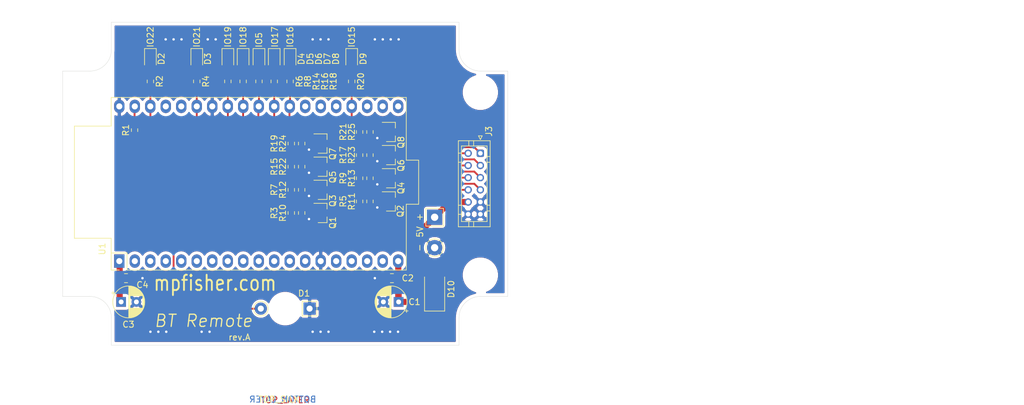
<source format=kicad_pcb>
(kicad_pcb (version 20171130) (host pcbnew "(5.1.10)-1")
  (title_block (title "BT Remote") (date 2021-07-05) (rev A) (company mpfisher.com) (comment 4 audio@mpfisher.com))
  (layers (0 F.Cu signal) (31 B.Cu signal) (34 B.Paste user hide) (35 F.Paste user) (36 B.SilkS user hide) (37 F.SilkS user) (38 B.Mask user) (39 F.Mask user) (44 Edge.Cuts user))
  (net 0 "")
  (net 1 GND)
  (net 2 +5V)
  (net 3 "Net-(D2-Pad2)")
  (net 4 "Net-(D3-Pad2)")
  (net 5 "Net-(D4-Pad2)")
  (net 6 "Net-(D5-Pad2)")
  (net 7 "Net-(D6-Pad2)")
  (net 8 "Net-(D7-Pad2)")
  (net 9 "Net-(D8-Pad2)")
  (net 10 "Net-(D9-Pad2)")
  (net 11 "Net-(Q1-Pad1)")
  (net 12 "Net-(Q2-Pad1)")
  (net 13 "Net-(Q3-Pad1)")
  (net 14 "Net-(Q4-Pad1)")
  (net 15 "Net-(Q5-Pad1)")
  (net 16 "Net-(Q6-Pad1)")
  (net 17 "Net-(Q7-Pad1)")
  (net 18 "Net-(Q8-Pad1)")
  (net 19 "Net-(U1-Pad37)")
  (net 20 "Net-(U1-Pad38)")
  (net 21 "Net-(U1-Pad36)")
  (net 22 "Net-(U1-Pad18)")
  (net 23 "Net-(U1-Pad17)")
  (net 24 "Net-(U1-Pad16)")
  (net 25 "Net-(U1-Pad15)")
  (net 26 "Net-(U1-Pad13)")
  (net 27 "Net-(U1-Pad12)")
  (net 28 "Net-(U1-Pad11)")
  (net 29 "Net-(U1-Pad10)")
  (net 30 "Net-(U1-Pad9)")
  (net 31 "Net-(U1-Pad8)")
  (net 32 "Net-(U1-Pad7)")
  (net 33 "Net-(U1-Pad6)")
  (net 34 "Net-(U1-Pad5)")
  (net 35 "Net-(U1-Pad4)")
  (net 36 "Net-(U1-Pad3)")
  (net 37 "Net-(U1-Pad2)")
  (net 38 +3V3)
  (net 39 /OUT5)
  (net 40 /IO23)
  (net 41 /IO19)
  (net 42 /IO18)
  (net 43 /IO15)
  (net 44 "Net-(R1-Pad1)")
  (net 45 "Net-(D10-Pad2)")
  (net 46 /IO22)
  (net 47 /IO21)
  (net 48 /IO5)
  (net 49 /IO17)
  (net 50 /IO16)
  (net 51 "Net-(U1-Pad34)")
  (net 52 "Net-(U1-Pad24)")
  (net 53 "Net-(U1-Pad32)")
  (net 54 "Net-(U1-Pad23)")
  (net 55 "Net-(U1-Pad33)")
  (net 56 /OUT22)
  (net 57 /OUT19)
  (net 58 /OUT16)
  (net 59 /OUT21)
  (net 60 /OUT18)
  (net 61 /OUT17)
  (net 62 /OUT15)
  (module Resistor_SMD:R_0603_1608Metric (layer F.Cu) (at 160.4 89 90)
    (fp_text reference R25 (at 0 -3 90) (layer F.SilkS))
    (fp_text value 100k hide)
    (pad 2 smd roundrect (at 0.825 0 90) (size 0.8 0.95) (layers F.Cu F.Paste F.Mask) (net 18 "Net-(Q8-Pad1)"))
    (pad 1 smd roundrect (at -0.825 0 90) (size 0.8 0.95) (layers F.Cu F.Paste F.Mask) (net 1 GND))
  )
  (module Resistor_SMD:R_0603_1608Metric (layer F.Cu) (at 149.2 90.9 90)
    (fp_text reference R24 (at 0 -3.1 90) (layer F.SilkS))
    (fp_text value 100k hide)
    (pad 2 smd roundrect (at 0.825 0 90) (size 0.8 0.95) (layers F.Cu F.Paste F.Mask) (net 17 "Net-(Q7-Pad1)"))
    (pad 1 smd roundrect (at -0.825 0 90) (size 0.8 0.95) (layers F.Cu F.Paste F.Mask) (net 1 GND))
  )
  (module Resistor_SMD:R_0603_1608Metric (layer F.Cu) (at 160.4 92.8 90)
    (fp_text reference R23 (at 0 -3 90) (layer F.SilkS))
    (fp_text value 100k hide)
    (pad 2 smd roundrect (at 0.825 0 90) (size 0.8 0.95) (layers F.Cu F.Paste F.Mask) (net 16 "Net-(Q6-Pad1)"))
    (pad 1 smd roundrect (at -0.825 0 90) (size 0.8 0.95) (layers F.Cu F.Paste F.Mask) (net 1 GND))
  )
  (module Resistor_SMD:R_0603_1608Metric (layer F.Cu) (at 149.2 94.7 90)
    (fp_text reference R22 (at 0 -3.1 90) (layer F.SilkS))
    (fp_text value 100k hide)
    (pad 2 smd roundrect (at 0.825 0 90) (size 0.8 0.95) (layers F.Cu F.Paste F.Mask) (net 15 "Net-(Q5-Pad1)"))
    (pad 1 smd roundrect (at -0.825 0 90) (size 0.8 0.95) (layers F.Cu F.Paste F.Mask) (net 1 GND))
  )
  (module Resistor_SMD:R_0603_1608Metric (layer F.Cu) (at 158.7 89 270)
    (fp_text reference R21 (at 0 2.7 90) (layer F.SilkS))
    (fp_text value 1k hide)
    (pad 2 smd roundrect (at 0.825 0 270) (size 0.8 0.95) (layers F.Cu F.Paste F.Mask) (net 43 /IO15))
    (pad 1 smd roundrect (at -0.825 0 270) (size 0.8 0.95) (layers F.Cu F.Paste F.Mask) (net 18 "Net-(Q8-Pad1)"))
  )
  (module Resistor_SMD:R_0603_1608Metric (layer F.Cu) (at 157.4 80.7 270)
    (fp_text reference R20 (at 0 -1.5 90) (layer F.SilkS))
    (fp_text value 1k hide)
    (pad 2 smd roundrect (at 0.825 0 270) (size 0.8 0.95) (layers F.Cu F.Paste F.Mask) (net 43 /IO15))
    (pad 1 smd roundrect (at -0.825 0 270) (size 0.8 0.95) (layers F.Cu F.Paste F.Mask) (net 10 "Net-(D9-Pad2)"))
  )
  (module Resistor_SMD:R_0603_1608Metric (layer F.Cu) (at 147.5 90.9 270)
    (fp_text reference R19 (at 0 2.8 90) (layer F.SilkS))
    (fp_text value 1k hide)
    (pad 2 smd roundrect (at 0.825 0 270) (size 0.8 0.95) (layers F.Cu F.Paste F.Mask) (net 50 /IO16))
    (pad 1 smd roundrect (at -0.825 0 270) (size 0.8 0.95) (layers F.Cu F.Paste F.Mask) (net 17 "Net-(Q7-Pad1)"))
  )
  (module Resistor_SMD:R_0603_1608Metric (layer F.Cu) (at 147.3 80.7 270)
    (fp_text reference R18 (at 0 -7.1 90) (layer F.SilkS))
    (fp_text value 1k hide)
    (pad 2 smd roundrect (at 0.825 0 270) (size 0.8 0.95) (layers F.Cu F.Paste F.Mask) (net 50 /IO16))
    (pad 1 smd roundrect (at -0.825 0 270) (size 0.8 0.95) (layers F.Cu F.Paste F.Mask) (net 9 "Net-(D8-Pad2)"))
  )
  (module Resistor_SMD:R_0603_1608Metric (layer F.Cu) (at 158.7 92.8 270)
    (fp_text reference R17 (at 0 2.7 90) (layer F.SilkS))
    (fp_text value 1k hide)
    (pad 2 smd roundrect (at 0.825 0 270) (size 0.8 0.95) (layers F.Cu F.Paste F.Mask) (net 49 /IO17))
    (pad 1 smd roundrect (at -0.825 0 270) (size 0.8 0.95) (layers F.Cu F.Paste F.Mask) (net 16 "Net-(Q6-Pad1)"))
  )
  (module Resistor_SMD:R_0603_1608Metric (layer F.Cu) (at 144.7 80.7 270)
    (fp_text reference R16 (at 0 -8.3 90) (layer F.SilkS))
    (fp_text value 1k hide)
    (pad 2 smd roundrect (at 0.825 0 270) (size 0.8 0.95) (layers F.Cu F.Paste F.Mask) (net 49 /IO17))
    (pad 1 smd roundrect (at -0.825 0 270) (size 0.8 0.95) (layers F.Cu F.Paste F.Mask) (net 8 "Net-(D7-Pad2)"))
  )
  (module Resistor_SMD:R_0603_1608Metric (layer F.Cu) (at 147.5 94.7 270)
    (fp_text reference R15 (at 0 2.8 90) (layer F.SilkS))
    (fp_text value 1k hide)
    (pad 2 smd roundrect (at 0.825 0 270) (size 0.8 0.95) (layers F.Cu F.Paste F.Mask) (net 48 /IO5))
    (pad 1 smd roundrect (at -0.825 0 270) (size 0.8 0.95) (layers F.Cu F.Paste F.Mask) (net 15 "Net-(Q5-Pad1)"))
  )
  (module Resistor_SMD:R_0603_1608Metric (layer F.Cu) (at 142.2 80.7 270)
    (fp_text reference R14 (at 0 -9.4 90) (layer F.SilkS))
    (fp_text value 1k hide)
    (pad 2 smd roundrect (at 0.825 0 270) (size 0.8 0.95) (layers F.Cu F.Paste F.Mask) (net 48 /IO5))
    (pad 1 smd roundrect (at -0.825 0 270) (size 0.8 0.95) (layers F.Cu F.Paste F.Mask) (net 7 "Net-(D6-Pad2)"))
  )
  (module Resistor_SMD:R_0603_1608Metric (layer F.Cu) (at 160.4 96.6 90)
    (fp_text reference R13 (at 0 -3 90) (layer F.SilkS))
    (fp_text value 100k hide)
    (pad 2 smd roundrect (at 0.825 0 90) (size 0.8 0.95) (layers F.Cu F.Paste F.Mask) (net 14 "Net-(Q4-Pad1)"))
    (pad 1 smd roundrect (at -0.825 0 90) (size 0.8 0.95) (layers F.Cu F.Paste F.Mask) (net 1 GND))
  )
  (module Resistor_SMD:R_0603_1608Metric (layer F.Cu) (at 149.2 98.5 90)
    (fp_text reference R12 (at 0 -3.1 90) (layer F.SilkS))
    (fp_text value 100k hide)
    (pad 2 smd roundrect (at 0.825 0 90) (size 0.8 0.95) (layers F.Cu F.Paste F.Mask) (net 13 "Net-(Q3-Pad1)"))
    (pad 1 smd roundrect (at -0.825 0 90) (size 0.8 0.95) (layers F.Cu F.Paste F.Mask) (net 1 GND))
  )
  (module Resistor_SMD:R_0603_1608Metric (layer F.Cu) (at 160.4 100.4 90)
    (fp_text reference R11 (at 0 -3 90) (layer F.SilkS))
    (fp_text value 100k hide)
    (pad 2 smd roundrect (at 0.825 0 90) (size 0.8 0.95) (layers F.Cu F.Paste F.Mask) (net 12 "Net-(Q2-Pad1)"))
    (pad 1 smd roundrect (at -0.825 0 90) (size 0.8 0.95) (layers F.Cu F.Paste F.Mask) (net 1 GND))
  )
  (module Resistor_SMD:R_0603_1608Metric (layer F.Cu) (at 149.2 102.3 90)
    (fp_text reference R10 (at 0 -3.1 90) (layer F.SilkS))
    (fp_text value 100k hide)
    (pad 2 smd roundrect (at 0.825 0 90) (size 0.8 0.95) (layers F.Cu F.Paste F.Mask) (net 11 "Net-(Q1-Pad1)"))
    (pad 1 smd roundrect (at -0.825 0 90) (size 0.8 0.95) (layers F.Cu F.Paste F.Mask) (net 1 GND))
  )
  (module Resistor_SMD:R_0603_1608Metric (layer F.Cu) (at 158.7 96.6 270)
    (fp_text reference R9 (at 0 2.7 90) (layer F.SilkS))
    (fp_text value 1k hide)
    (pad 2 smd roundrect (at 0.825 0 270) (size 0.8 0.95) (layers F.Cu F.Paste F.Mask) (net 42 /IO18))
    (pad 1 smd roundrect (at -0.825 0 270) (size 0.8 0.95) (layers F.Cu F.Paste F.Mask) (net 14 "Net-(Q4-Pad1)"))
  )
  (module Resistor_SMD:R_0603_1608Metric (layer F.Cu) (at 139.6 80.7 270)
    (fp_text reference R8 (at 0 -10.6 90) (layer F.SilkS))
    (fp_text value 1k hide)
    (pad 2 smd roundrect (at 0.825 0 270) (size 0.8 0.95) (layers F.Cu F.Paste F.Mask) (net 42 /IO18))
    (pad 1 smd roundrect (at -0.825 0 270) (size 0.8 0.95) (layers F.Cu F.Paste F.Mask) (net 6 "Net-(D5-Pad2)"))
  )
  (module Resistor_SMD:R_0603_1608Metric (layer F.Cu) (at 147.5 98.5 270)
    (fp_text reference R7 (at 0 2.8 90) (layer F.SilkS))
    (fp_text value 1k hide)
    (pad 2 smd roundrect (at 0.825 0 270) (size 0.8 0.95) (layers F.Cu F.Paste F.Mask) (net 41 /IO19))
    (pad 1 smd roundrect (at -0.825 0 270) (size 0.8 0.95) (layers F.Cu F.Paste F.Mask) (net 13 "Net-(Q3-Pad1)"))
  )
  (module Resistor_SMD:R_0603_1608Metric (layer F.Cu) (at 137.1 80.7 270)
    (fp_text reference R6 (at 0 -11.73 90) (layer F.SilkS))
    (fp_text value 1k hide)
    (pad 2 smd roundrect (at 0.825 0 270) (size 0.8 0.95) (layers F.Cu F.Paste F.Mask) (net 41 /IO19))
    (pad 1 smd roundrect (at -0.825 0 270) (size 0.8 0.95) (layers F.Cu F.Paste F.Mask) (net 5 "Net-(D4-Pad2)"))
  )
  (module Resistor_SMD:R_0603_1608Metric (layer F.Cu) (at 158.7 100.4 270)
    (fp_text reference R5 (at 0 2.7 90) (layer F.SilkS))
    (fp_text value 1k hide)
    (pad 2 smd roundrect (at 0.825 0 270) (size 0.8 0.95) (layers F.Cu F.Paste F.Mask) (net 47 /IO21))
    (pad 1 smd roundrect (at -0.825 0 270) (size 0.8 0.95) (layers F.Cu F.Paste F.Mask) (net 12 "Net-(Q2-Pad1)"))
  )
  (module Resistor_SMD:R_0603_1608Metric (layer F.Cu) (at 132 80.7 270)
    (fp_text reference R4 (at 0 -1.5 90) (layer F.SilkS))
    (fp_text value 1k hide)
    (pad 2 smd roundrect (at 0.825 0 270) (size 0.8 0.95) (layers F.Cu F.Paste F.Mask) (net 47 /IO21))
    (pad 1 smd roundrect (at -0.825 0 270) (size 0.8 0.95) (layers F.Cu F.Paste F.Mask) (net 4 "Net-(D3-Pad2)"))
  )
  (module Resistor_SMD:R_0603_1608Metric (layer F.Cu) (at 147.5 102.3 270)
    (fp_text reference R3 (at 0 2.8 90) (layer F.SilkS))
    (fp_text value 1k hide)
    (pad 2 smd roundrect (at 0.825 0 270) (size 0.8 0.95) (layers F.Cu F.Paste F.Mask) (net 46 /IO22))
    (pad 1 smd roundrect (at -0.825 0 270) (size 0.8 0.95) (layers F.Cu F.Paste F.Mask) (net 11 "Net-(Q1-Pad1)"))
  )
  (module Resistor_SMD:R_0603_1608Metric (layer F.Cu) (at 124.4 80.7 270)
    (fp_text reference R2 (at 0 -1.5 90) (layer F.SilkS))
    (fp_text value 1k hide)
    (pad 2 smd roundrect (at 0.825 0 270) (size 0.8 0.95) (layers F.Cu F.Paste F.Mask) (net 46 /IO22))
    (pad 1 smd roundrect (at -0.825 0 270) (size 0.8 0.95) (layers F.Cu F.Paste F.Mask) (net 3 "Net-(D2-Pad2)"))
  )
  (module Resistor_SMD:R_0603_1608Metric (layer F.Cu) (at 121.8 88.7 90)
    (fp_text reference R1 (at 0 -1.43 90) (layer F.SilkS))
    (fp_text value 1k hide)
    (pad 2 smd roundrect (at 0.825 0 90) (size 0.8 0.95) (layers F.Cu F.Paste F.Mask) (net 40 /IO23))
    (pad 1 smd roundrect (at -0.825 0 90) (size 0.8 0.95) (layers F.Cu F.Paste F.Mask) (net 44 "Net-(R1-Pad1)"))
  )
  (module LED_SMD:LED_0805_2012Metric (layer F.Cu) (at 157.4 77 270)
    (fp_text reference D9 (at 0 -1.9 90) (layer F.SilkS))
    (fp_text value LED hide)
    (pad 2 smd roundrect (at 0.9375 0 270) (size 0.975 1.4) (layers F.Cu F.Paste F.Mask) (net 10 "Net-(D9-Pad2)"))
    (pad 1 smd roundrect (at -0.9375 0 270) (size 0.975 1.4) (layers F.Cu F.Paste F.Mask) (net 1 GND))
  )
  (module LED_SMD:LED_0805_2012Metric (layer F.Cu) (at 147.3 77 270)
    (fp_text reference D8 (at 0 -7.5 90) (layer F.SilkS))
    (fp_text value LED hide)
    (pad 2 smd roundrect (at 0.9375 0 270) (size 0.975 1.4) (layers F.Cu F.Paste F.Mask) (net 9 "Net-(D8-Pad2)"))
    (pad 1 smd roundrect (at -0.9375 0 270) (size 0.975 1.4) (layers F.Cu F.Paste F.Mask) (net 1 GND))
  )
  (module LED_SMD:LED_0805_2012Metric (layer F.Cu) (at 144.7 77 270)
    (fp_text reference D7 (at 0 -8.7 90) (layer F.SilkS))
    (fp_text value LED hide)
    (pad 2 smd roundrect (at 0.9375 0 270) (size 0.975 1.4) (layers F.Cu F.Paste F.Mask) (net 8 "Net-(D7-Pad2)"))
    (pad 1 smd roundrect (at -0.9375 0 270) (size 0.975 1.4) (layers F.Cu F.Paste F.Mask) (net 1 GND))
  )
  (module LED_SMD:LED_0805_2012Metric (layer F.Cu) (at 142.2 77 270)
    (fp_text reference D6 (at 0 -9.8 90) (layer F.SilkS))
    (fp_text value LED hide)
    (pad 2 smd roundrect (at 0.9375 0 270) (size 0.975 1.4) (layers F.Cu F.Paste F.Mask) (net 7 "Net-(D6-Pad2)"))
    (pad 1 smd roundrect (at -0.9375 0 270) (size 0.975 1.4) (layers F.Cu F.Paste F.Mask) (net 1 GND))
  )
  (module LED_SMD:LED_0805_2012Metric (layer F.Cu) (at 139.6 77 270)
    (fp_text reference D5 (at 0 -11 90) (layer F.SilkS))
    (fp_text value LED hide)
    (pad 2 smd roundrect (at 0.9375 0 270) (size 0.975 1.4) (layers F.Cu F.Paste F.Mask) (net 6 "Net-(D5-Pad2)"))
    (pad 1 smd roundrect (at -0.9375 0 270) (size 0.975 1.4) (layers F.Cu F.Paste F.Mask) (net 1 GND))
  )
  (module LED_SMD:LED_0805_2012Metric (layer F.Cu) (at 137.1 77 270)
    (fp_text reference D4 (at 0 -12.05 90) (layer F.SilkS))
    (fp_text value LED hide)
    (pad 2 smd roundrect (at 0.9375 0 270) (size 0.975 1.4) (layers F.Cu F.Paste F.Mask) (net 5 "Net-(D4-Pad2)"))
    (pad 1 smd roundrect (at -0.9375 0 270) (size 0.975 1.4) (layers F.Cu F.Paste F.Mask) (net 1 GND))
  )
  (module LED_SMD:LED_0805_2012Metric (layer F.Cu) (at 132 77 270)
    (fp_text reference D3 (at 0 -1.8 90) (layer F.SilkS))
    (fp_text value LED hide)
    (pad 2 smd roundrect (at 0.9375 0 270) (size 0.975 1.4) (layers F.Cu F.Paste F.Mask) (net 4 "Net-(D3-Pad2)"))
    (pad 1 smd roundrect (at -0.9375 0 270) (size 0.975 1.4) (layers F.Cu F.Paste F.Mask) (net 1 GND))
  )
  (module LED_SMD:LED_0805_2012Metric (layer F.Cu) (at 124.4 77 270)
    (fp_text reference D2 (at 0 -1.8 90) (layer F.SilkS))
    (fp_text value LED hide)
    (pad 2 smd roundrect (at 0.9375 0 270) (size 0.975 1.4) (layers F.Cu F.Paste F.Mask) (net 3 "Net-(D2-Pad2)"))
    (pad 1 smd roundrect (at -0.9375 0 270) (size 0.975 1.4) (layers F.Cu F.Paste F.Mask) (net 1 GND))
  )
  (module Capacitor_SMD:C_0805_2012Metric (layer F.Cu) (at 120.4 113)
    (fp_text reference C4 (at 2.7 1.1) (layer F.SilkS))
    (fp_text value 0.1uF hide)
    (pad 2 smd roundrect (at 0.95 0) (size 1 1.45) (layers F.Cu F.Paste F.Mask) (net 1 GND))
    (pad 1 smd roundrect (at -0.95 0) (size 1 1.45) (layers F.Cu F.Paste F.Mask) (net 38 +3V3))
  )
  (module Capacitor_SMD:C_0805_2012Metric (layer F.Cu) (at 164 113 180)
    (fp_text reference C2 (at -2.6 0) (layer F.SilkS))
    (fp_text value 0.1uF hide)
    (pad 2 smd roundrect (at 0.95 0 180) (size 1 1.45) (layers F.Cu F.Paste F.Mask) (net 1 GND))
    (pad 1 smd roundrect (at -0.95 0 180) (size 1 1.45) (layers F.Cu F.Paste F.Mask) (net 2 +5V))
  )
  (module Diode_SMD:D_SMA (layer F.Cu) (at 171 114.8 90)
    (fp_text reference D10 (at 0 2.7 90) (layer F.SilkS))
    (fp_text value B240AE-13)
    (pad 2 smd rect (at 2 0 90) (size 2.5 1.8) (layers F.Cu F.Paste F.Mask) (net 45 "Net-(D10-Pad2)"))
    (pad 1 smd rect (at -2 0 90) (size 2.5 1.8) (layers F.Cu F.Paste F.Mask) (net 2 +5V))
  )
  (module TestPoint:TestPoint_THTPad_D2.0mm_Drill1.0mm (layer F.Cu) (at 142.5 118)
    (fp_text reference SP1)
    (fp_text value LED_ANODE hide)
    (pad 1 thru_hole circle (at 0 0) (size 2 2) (drill 1) (layers *.Cu *.Mask) (net 44 "Net-(R1-Pad1)"))
  )
  (module TestPoint:TestPoint_THTPad_2.0x2.0mm_Drill1.0mm (layer F.Cu) (at 150.5 118)
    (fp_text reference SP2)
    (fp_text value LED_CATHODE hide)
    (pad 1 thru_hole rect (at 0 0) (size 2 2) (drill 1) (layers *.Cu *.Mask) (net 1 GND))
  )
  (module TestPoint:TestPoint_THTPad_2.5x2.5mm_Drill1.2mm (layer F.Cu) (at 171 103)
    (fp_text reference REF**)
    (fp_text value TestPoint_THTPad_2.5x2.5mm_Drill1.2mm)
    (pad 1 thru_hole rect (at 0 0) (size 2.5 2.5) (drill 1.2) (layers *.Cu *.Mask) (net 45 "Net-(D10-Pad2)"))
  )
  (module TestPoint:TestPoint_THTPad_D2.5mm_Drill1.2mm (layer F.Cu) (at 171 108)
    (fp_text reference REF**)
    (fp_text value TestPoint_THTPad_D2.5mm_Drill1.2mm)
    (pad 1 thru_hole circle (at 0 0) (size 2.5 2.5) (drill 1.2) (layers *.Cu *.Mask) (net 1 GND))
  )
  (module MountingHole:MountingHole_4.5mm (layer F.Cu) (at 146.5 118)
    (fp_text reference REF**)
    (fp_text value MountingHole_4.5mm)
    (pad 1 np_thru_hole circle (at 0 0) (size 4.5 4.5) (drill 4.5) (layers *.Cu *.Mask))
  )
  (module my_footprints:ESP32-DevKitC_v4 (layer F.Cu) (at 119.3 110.2 90)
    (fp_text reference U1 (at 2 -2.8 90) (layer F.SilkS))
    (fp_text value ESP32_DevKitC_V4-WROOM-32D)
    (pad 26 thru_hole oval (at 25.4 15.24 90) (size 2.2 1.7) (drill 1) (layers *.Cu *.Mask) (net 1 GND))
    (pad 37 thru_hole oval (at 25.4 43.18 90) (size 2.2 1.7) (drill 1) (layers *.Cu *.Mask) (net 19 "Net-(U1-Pad37)"))
    (pad 20 thru_hole oval (at 25.4 0 90) (size 2.2 1.7) (drill 1) (layers *.Cu *.Mask) (net 1 GND))
    (pad 28 thru_hole oval (at 25.4 20.32 90) (size 2.2 1.7) (drill 1) (layers *.Cu *.Mask) (net 42 /IO18))
    (pad 29 thru_hole oval (at 25.4 22.86 90) (size 2.2 1.7) (drill 1) (layers *.Cu *.Mask) (net 48 /IO5))
    (pad 30 thru_hole oval (at 25.4 25.4 90) (size 2.2 1.7) (drill 1) (layers *.Cu *.Mask) (net 49 /IO17))
    (pad 31 thru_hole oval (at 25.4 27.94 90) (size 2.2 1.7) (drill 1) (layers *.Cu *.Mask) (net 50 /IO16))
    (pad 34 thru_hole oval (at 25.4 35.56 90) (size 2.2 1.7) (drill 1) (layers *.Cu *.Mask) (net 51 "Net-(U1-Pad34)"))
    (pad 35 thru_hole oval (at 25.4 38.1 90) (size 2.2 1.7) (drill 1) (layers *.Cu *.Mask) (net 43 /IO15))
    (pad 38 thru_hole oval (at 25.4 45.72 90) (size 2.2 1.7) (drill 1) (layers *.Cu *.Mask) (net 20 "Net-(U1-Pad38)"))
    (pad 24 thru_hole oval (at 25.4 10.16 90) (size 2.2 1.7) (drill 1) (layers *.Cu *.Mask) (net 52 "Net-(U1-Pad24)"))
    (pad 21 thru_hole oval (at 25.4 2.54 90) (size 2.2 1.7) (drill 1) (layers *.Cu *.Mask) (net 40 /IO23))
    (pad 22 thru_hole oval (at 25.4 5.08 90) (size 2.2 1.7) (drill 1) (layers *.Cu *.Mask) (net 46 /IO22))
    (pad 25 thru_hole oval (at 25.4 12.7 90) (size 2.2 1.7) (drill 1) (layers *.Cu *.Mask) (net 47 /IO21))
    (pad 27 thru_hole oval (at 25.4 17.78 90) (size 2.2 1.7) (drill 1) (layers *.Cu *.Mask) (net 41 /IO19))
    (pad 32 thru_hole oval (at 25.4 30.48 90) (size 2.2 1.7) (drill 1) (layers *.Cu *.Mask) (net 53 "Net-(U1-Pad32)"))
    (pad 23 thru_hole oval (at 25.4 7.62 90) (size 2.2 1.7) (drill 1) (layers *.Cu *.Mask) (net 54 "Net-(U1-Pad23)"))
    (pad 33 thru_hole oval (at 25.4 33.02 90) (size 2.2 1.7) (drill 1) (layers *.Cu *.Mask) (net 55 "Net-(U1-Pad33)"))
    (pad 36 thru_hole oval (at 25.4 40.64 90) (size 2.2 1.7) (drill 1) (layers *.Cu *.Mask) (net 21 "Net-(U1-Pad36)"))
    (pad 19 thru_hole oval (at 0 45.72 90) (size 2.2 1.7) (drill 1) (layers *.Cu *.Mask) (net 2 +5V))
    (pad 18 thru_hole oval (at 0 43.18 90) (size 2.2 1.7) (drill 1) (layers *.Cu *.Mask) (net 22 "Net-(U1-Pad18)"))
    (pad 17 thru_hole oval (at 0 40.64 90) (size 2.2 1.7) (drill 1) (layers *.Cu *.Mask) (net 23 "Net-(U1-Pad17)"))
    (pad 16 thru_hole oval (at 0 38.1 90) (size 2.2 1.7) (drill 1) (layers *.Cu *.Mask) (net 24 "Net-(U1-Pad16)"))
    (pad 15 thru_hole oval (at 0 35.56 90) (size 2.2 1.7) (drill 1) (layers *.Cu *.Mask) (net 25 "Net-(U1-Pad15)"))
    (pad 14 thru_hole oval (at 0 33.02 90) (size 2.2 1.7) (drill 1) (layers *.Cu *.Mask) (net 1 GND))
    (pad 13 thru_hole oval (at 0 30.48 90) (size 2.2 1.7) (drill 1) (layers *.Cu *.Mask) (net 26 "Net-(U1-Pad13)"))
    (pad 12 thru_hole oval (at 0 27.94 90) (size 2.2 1.7) (drill 1) (layers *.Cu *.Mask) (net 27 "Net-(U1-Pad12)"))
    (pad 11 thru_hole oval (at 0 25.4 90) (size 2.2 1.7) (drill 1) (layers *.Cu *.Mask) (net 28 "Net-(U1-Pad11)"))
    (pad 10 thru_hole oval (at 0 22.86 90) (size 2.2 1.7) (drill 1) (layers *.Cu *.Mask) (net 29 "Net-(U1-Pad10)"))
    (pad 9 thru_hole oval (at 0 20.32 90) (size 2.2 1.7) (drill 1) (layers *.Cu *.Mask) (net 30 "Net-(U1-Pad9)"))
    (pad 8 thru_hole oval (at 0 17.78 90) (size 2.2 1.7) (drill 1) (layers *.Cu *.Mask) (net 31 "Net-(U1-Pad8)"))
    (pad 7 thru_hole oval (at 0 15.24 90) (size 2.2 1.7) (drill 1) (layers *.Cu *.Mask) (net 32 "Net-(U1-Pad7)"))
    (pad 6 thru_hole oval (at 0 12.7 90) (size 2.2 1.7) (drill 1) (layers *.Cu *.Mask) (net 33 "Net-(U1-Pad6)"))
    (pad 5 thru_hole oval (at 0 10.16 90) (size 2.2 1.7) (drill 1) (layers *.Cu *.Mask) (net 34 "Net-(U1-Pad5)"))
    (pad 4 thru_hole oval (at 0 7.62 90) (size 2.2 1.7) (drill 1) (layers *.Cu *.Mask) (net 35 "Net-(U1-Pad4)"))
    (pad 3 thru_hole oval (at 0 5.08 90) (size 2.2 1.7) (drill 1) (layers *.Cu *.Mask) (net 36 "Net-(U1-Pad3)"))
    (pad 2 thru_hole oval (at 0 2.54 90) (size 2.2 1.7) (drill 1) (layers *.Cu *.Mask) (net 37 "Net-(U1-Pad2)"))
    (pad 1 thru_hole rect (at 0 0 90) (size 2.2 1.7) (drill 1) (layers *.Cu *.Mask) (net 38 +3V3))
  )
  (module Connector_JST:JST_PHD_B12B-PHDSS_2x06_P2.00mm_Vertical (layer F.Cu) (at 178.5 92.5 270)
    (fp_text reference J3 (at -3.6 -1.4 90) (layer F.SilkS))
    (fp_text value MP001734)
    (pad 12 thru_hole circle (at 10 2 270) (size 1.2 1.2) (drill 0.75) (layers *.Cu *.Mask) (net 1 GND))
    (pad 10 thru_hole circle (at 8 2 270) (size 1.2 1.2) (drill 0.75) (layers *.Cu *.Mask) (net 45 "Net-(D10-Pad2)"))
    (pad 8 thru_hole circle (at 6 2 270) (size 1.2 1.2) (drill 0.75) (layers *.Cu *.Mask) (net 56 /OUT22))
    (pad 6 thru_hole circle (at 4 2 270) (size 1.2 1.2) (drill 0.75) (layers *.Cu *.Mask) (net 57 /OUT19))
    (pad 4 thru_hole circle (at 2 2 270) (size 1.2 1.2) (drill 0.75) (layers *.Cu *.Mask) (net 39 /OUT5))
    (pad 2 thru_hole circle (at 0 2 270) (size 1.2 1.2) (drill 0.75) (layers *.Cu *.Mask) (net 58 /OUT16))
    (pad 11 thru_hole circle (at 10 0 270) (size 1.2 1.2) (drill 0.75) (layers *.Cu *.Mask) (net 1 GND))
    (pad 9 thru_hole circle (at 8 0 270) (size 1.2 1.2) (drill 0.75) (layers *.Cu *.Mask) (net 1 GND))
    (pad 7 thru_hole circle (at 6 0 270) (size 1.2 1.2) (drill 0.75) (layers *.Cu *.Mask) (net 59 /OUT21))
    (pad 5 thru_hole circle (at 4 0 270) (size 1.2 1.2) (drill 0.75) (layers *.Cu *.Mask) (net 60 /OUT18))
    (pad 3 thru_hole circle (at 2 0 270) (size 1.2 1.2) (drill 0.75) (layers *.Cu *.Mask) (net 61 /OUT17))
    (pad 1 thru_hole roundrect (at 0 0 270) (size 1.2 1.2) (drill 0.75) (layers *.Cu *.Mask) (roundrect_rratio 0.2083325) (net 62 /OUT15))
  )
  (module Package_TO_SOT_SMD:SOT-23 (layer F.Cu) (at 163.8 89)
    (fp_text reference Q8 (at 1.7 1.7 90) (layer F.SilkS))
    (fp_text value BC848)
    (pad 3 smd rect (at 1 0) (size 0.9 0.8) (layers F.Cu F.Paste F.Mask) (net 62 /OUT15))
    (pad 2 smd rect (at -1 0.95) (size 0.9 0.8) (layers F.Cu F.Paste F.Mask) (net 1 GND))
    (pad 1 smd rect (at -1 -0.95) (size 0.9 0.8) (layers F.Cu F.Paste F.Mask) (net 18 "Net-(Q8-Pad1)"))
  )
  (module Package_TO_SOT_SMD:SOT-23 (layer F.Cu) (at 152.6 90.9)
    (fp_text reference Q7 (at 1.7 1.7 270) (layer F.SilkS))
    (fp_text value BC848)
    (pad 3 smd rect (at 1 0) (size 0.9 0.8) (layers F.Cu F.Paste F.Mask) (net 58 /OUT16))
    (pad 2 smd rect (at -1 0.95) (size 0.9 0.8) (layers F.Cu F.Paste F.Mask) (net 1 GND))
    (pad 1 smd rect (at -1 -0.95) (size 0.9 0.8) (layers F.Cu F.Paste F.Mask) (net 17 "Net-(Q7-Pad1)"))
  )
  (module Package_TO_SOT_SMD:SOT-23 (layer F.Cu) (at 163.8 92.8)
    (fp_text reference Q6 (at 1.7 1.7 90) (layer F.SilkS))
    (fp_text value BC848)
    (pad 3 smd rect (at 1 0) (size 0.9 0.8) (layers F.Cu F.Paste F.Mask) (net 61 /OUT17))
    (pad 2 smd rect (at -1 0.95) (size 0.9 0.8) (layers F.Cu F.Paste F.Mask) (net 1 GND))
    (pad 1 smd rect (at -1 -0.95) (size 0.9 0.8) (layers F.Cu F.Paste F.Mask) (net 16 "Net-(Q6-Pad1)"))
  )
  (module Package_TO_SOT_SMD:SOT-23 (layer F.Cu) (at 152.6 94.7)
    (fp_text reference Q5 (at 1.7 1.7 90) (layer F.SilkS))
    (fp_text value BC848)
    (pad 3 smd rect (at 1 0) (size 0.9 0.8) (layers F.Cu F.Paste F.Mask) (net 39 /OUT5))
    (pad 2 smd rect (at -1 0.95) (size 0.9 0.8) (layers F.Cu F.Paste F.Mask) (net 1 GND))
    (pad 1 smd rect (at -1 -0.95) (size 0.9 0.8) (layers F.Cu F.Paste F.Mask) (net 15 "Net-(Q5-Pad1)"))
  )
  (module Package_TO_SOT_SMD:SOT-23 (layer F.Cu) (at 163.8 96.6)
    (fp_text reference Q4 (at 1.7 1.6 90) (layer F.SilkS))
    (fp_text value BC848)
    (pad 3 smd rect (at 1 0) (size 0.9 0.8) (layers F.Cu F.Paste F.Mask) (net 60 /OUT18))
    (pad 2 smd rect (at -1 0.95) (size 0.9 0.8) (layers F.Cu F.Paste F.Mask) (net 1 GND))
    (pad 1 smd rect (at -1 -0.95) (size 0.9 0.8) (layers F.Cu F.Paste F.Mask) (net 14 "Net-(Q4-Pad1)"))
  )
  (module Package_TO_SOT_SMD:SOT-23 (layer F.Cu) (at 152.6 98.5)
    (fp_text reference Q3 (at 1.7 1.8 90) (layer F.SilkS))
    (fp_text value BC848)
    (pad 3 smd rect (at 1 0) (size 0.9 0.8) (layers F.Cu F.Paste F.Mask) (net 57 /OUT19))
    (pad 2 smd rect (at -1 0.95) (size 0.9 0.8) (layers F.Cu F.Paste F.Mask) (net 1 GND))
    (pad 1 smd rect (at -1 -0.95) (size 0.9 0.8) (layers F.Cu F.Paste F.Mask) (net 13 "Net-(Q3-Pad1)"))
  )
  (module Package_TO_SOT_SMD:SOT-23 (layer F.Cu) (at 163.8 100.4)
    (fp_text reference Q2 (at 1.6 1.6 90) (layer F.SilkS))
    (fp_text value BC848)
    (pad 3 smd rect (at 1 0) (size 0.9 0.8) (layers F.Cu F.Paste F.Mask) (net 59 /OUT21))
    (pad 2 smd rect (at -1 0.95) (size 0.9 0.8) (layers F.Cu F.Paste F.Mask) (net 1 GND))
    (pad 1 smd rect (at -1 -0.95) (size 0.9 0.8) (layers F.Cu F.Paste F.Mask) (net 12 "Net-(Q2-Pad1)"))
  )
  (module Package_TO_SOT_SMD:SOT-23 (layer F.Cu) (at 152.6 102.3)
    (fp_text reference Q1 (at 1.7 1.6 90) (layer F.SilkS))
    (fp_text value BC848)
    (pad 3 smd rect (at 1 0) (size 0.9 0.8) (layers F.Cu F.Paste F.Mask) (net 56 /OUT22))
    (pad 2 smd rect (at -1 0.95) (size 0.9 0.8) (layers F.Cu F.Paste F.Mask) (net 1 GND))
    (pad 1 smd rect (at -1 -0.95) (size 0.9 0.8) (layers F.Cu F.Paste F.Mask) (net 11 "Net-(Q1-Pad1)"))
  )
  (module MountingHole:MountingHole_2.7mm_M2.5 (layer F.Cu) (at 114.5 112.5)
    (fp_text reference REF**)
    (fp_text value MountingHole_2.7mm_M2.5)
    (pad 1 np_thru_hole circle (at 0 0) (size 2.7 2.7) (drill 2.7) (layers *.Cu *.Mask))
  )
  (module MountingHole:MountingHole_2.7mm_M2.5 (layer F.Cu) (at 178.5 112.5)
    (fp_text reference REF**)
    (fp_text value MountingHole_2.7mm_M2.5)
    (pad "" np_thru_hole circle (at 0 0) (size 2.7 2.7) (drill 2.7) (layers *.Cu *.Mask) (clearance 1.55))
  )
  (module MountingHole:MountingHole_2.7mm_M2.5 (layer F.Cu) (at 178.5 82.5)
    (fp_text reference REF**)
    (fp_text value MountingHole_2.7mm_M2.5)
    (pad "" np_thru_hole circle (at 0 0) (size 2.7 2.7) (drill 2.7) (layers *.Cu *.Mask) (clearance 1.55))
  )
  (module MountingHole:MountingHole_2.7mm_M2.5 (layer F.Cu) (at 114.5 82.5)
    (fp_text reference REF**)
    (fp_text value MountingHole_2.7mm_M2.5)
    (pad 1 np_thru_hole circle (at 0 0) (size 2.7 2.7) (drill 2.7) (layers *.Cu *.Mask))
  )
  (module Capacitor_THT:CP_Radial_D5.0mm_P2.50mm (layer F.Cu) (at 119.6 116.9)
    (fp_text reference C3 (at 1.2 3.7) (layer F.SilkS))
    (fp_text value 10uF)
    (pad 2 thru_hole circle (at 2.5 0) (size 1.6 1.6) (drill 0.8) (layers *.Cu *.Mask) (net 1 GND))
    (pad 1 thru_hole rect (at 0 0) (size 1.6 1.6) (drill 0.8) (layers *.Cu *.Mask) (net 38 +3V3))
  )
  (module Capacitor_THT:CP_Radial_D5.0mm_P2.50mm (layer F.Cu) (at 165.1 116.9 180)
    (fp_text reference C1 (at -2.6 0) (layer F.SilkS))
    (fp_text value 10uF)
    (pad 2 thru_hole circle (at 2.5 0 180) (size 1.6 1.6) (drill 0.8) (layers *.Cu *.Mask) (net 1 GND))
    (pad 1 thru_hole rect (at 0 0 180) (size 1.6 1.6) (drill 0.8) (layers *.Cu *.Mask) (net 2 +5V))
  )
  (gr_text TOP_SILK (at 145.5 132.9) (layer F.SilkS) (effects (font (size 1 1))))
  (gr_text BOTTOM_LAYER (at 146.1 132.9) (layer B.Cu) (effects (font (size 1 1)) (justify mirror)))
  (gr_text TOP_LAYER (at 146.5 133) (layer F.Cu) (effects (font (size 1 1))))
  (gr_text rev.A (at 139 122.7) (layer F.SilkS) (effects (font (size 1 1))))
  (gr_text "BT Remote" (at 133.1 120) (layer F.SilkS) (effects (font (size 2 2) (thickness 0.2) italic)))
  (gr_text mpfisher.com (at 135 113.8) (layer F.SilkS) (effects (font (size 2.5 2) (thickness 0.3))))
  (gr_text - (at 168.5 108 90) (layer F.SilkS) (effects (font (size 1 1))))
  (gr_text + (at 168.6 102.9) (layer F.SilkS) (effects (font (size 1 1))))
  (gr_text 5V (at 168.6 105.4 90) (layer F.SilkS) (effects (font (size 1 1))))
  (gr_text IO15 (at 157.4 73.4 90) (layer F.SilkS) (effects (font (size 1 1))))
  (gr_text IO16 (at 147.3 73.4 90) (layer F.SilkS) (effects (font (size 1 1))))
  (gr_text IO17 (at 144.8 73.4 90) (layer F.SilkS) (effects (font (size 1 1))))
  (gr_text IO5 (at 142.2 73.9 90) (layer F.SilkS) (effects (font (size 1 1))))
  (gr_text IO18 (at 139.6 73.4 90) (layer F.SilkS) (effects (font (size 1 1))))
  (gr_text IO19 (at 137.1 73.4 90) (layer F.SilkS) (effects (font (size 1 1))))
  (gr_text IO21 (at 132 73.4 90) (layer F.SilkS) (effects (font (size 1 1))))
  (gr_text D1 (at 149.6 115.5) (layer F.SilkS) (effects (font (size 1 1))))
  (gr_text IO22 (at 124.4 73.4 90) (layer F.SilkS) (effects (font (size 1 1))))
  (gr_arc (start 178.5 75.5) (end 175 75.5) (angle -90) (layer Edge.Cuts) (width 0.05))
  (gr_line (start 175 71) (end 175 75.5) (layer Edge.Cuts) (width 0.05))
  (gr_line (start 183 79) (end 178.5 79) (layer Edge.Cuts) (width 0.05))
  (gr_arc (start 114.5 119.5) (end 114.5 116) (angle 90) (layer Edge.Cuts) (width 0.05))
  (gr_arc (start 178.5 119.5) (end 178.5 116) (angle -90) (layer Edge.Cuts) (width 0.05))
  (gr_line (start 183 116) (end 178.5 116) (layer Edge.Cuts) (width 0.05))
  (gr_line (start 175 124) (end 175 119.5) (layer Edge.Cuts) (width 0.05))
  (gr_line (start 118 71) (end 118 75.5) (layer Edge.Cuts) (width 0.05))
  (gr_arc (start 114.5 75.5) (end 114.5 79) (angle -90) (layer Edge.Cuts) (width 0.05))
  (gr_line (start 110 79) (end 110 116) (layer Edge.Cuts) (width 0.05))
  (gr_line (start 175 71) (end 118 71) (layer Edge.Cuts) (width 0.05))
  (gr_line (start 183 116) (end 183 79) (layer Edge.Cuts) (width 0.05))
  (gr_line (start 118 124) (end 175 124) (layer Edge.Cuts) (width 0.05))
  (gr_line (start 110 116) (end 114.5 116) (layer Edge.Cuts) (width 0.05))
  (gr_line (start 118 119.5) (end 118 124) (layer Edge.Cuts) (width 0.05))
  (gr_line (start 110 79) (end 114.5 79) (layer Edge.Cuts) (width 0.05))
  (via (at 125.7 121.8) (size 0.8) (drill 0.4) (layers F.Cu B.Cu) (net 1))
  (via (at 127 121.8) (size 0.8) (drill 0.4) (layers F.Cu B.Cu) (net 1))
  (via (at 128.2 73.8) (size 0.8) (drill 0.4) (layers F.Cu B.Cu) (net 1))
  (via (at 126.9 73.8) (size 0.8) (drill 0.4) (layers F.Cu B.Cu) (net 1))
  (via (at 124.4 121.8) (size 0.8) (drill 0.4) (layers F.Cu B.Cu) (net 1))
  (via (at 161.1 121.8) (size 0.8) (drill 0.4) (layers F.Cu B.Cu) (net 1))
  (via (at 134.1 121.8) (size 0.8) (drill 0.4) (layers F.Cu B.Cu) (net 1))
  (via (at 165 121.8) (size 0.8) (drill 0.4) (layers F.Cu B.Cu) (net 1))
  (via (at 153.6 121.8) (size 0.8) (drill 0.4) (layers F.Cu B.Cu) (net 1))
  (via (at 163.7 121.8) (size 0.8) (drill 0.4) (layers F.Cu B.Cu) (net 1))
  (via (at 151 121.8) (size 0.8) (drill 0.4) (layers F.Cu B.Cu) (net 1))
  (via (at 152.3 121.8) (size 0.8) (drill 0.4) (layers F.Cu B.Cu) (net 1))
  (via (at 162.4 121.8) (size 0.8) (drill 0.4) (layers F.Cu B.Cu) (net 1))
  (via (at 132.8 121.8) (size 0.8) (drill 0.4) (layers F.Cu B.Cu) (net 1))
  (segment (start 149.2 99.4125) (end 150.4125 99.4125) (width 0.7) (layer F.Cu) (net 1))
  (via (at 150.4 99.5) (size 0.8) (drill 0.4) (layers F.Cu B.Cu) (net 1))
  (segment (start 149.2 103.2125) (end 150.4125 103.2125) (width 0.7) (layer F.Cu) (net 1))
  (via (at 150.4 103.3) (size 0.8) (drill 0.4) (layers F.Cu B.Cu) (net 1))
  (segment (start 160.4 97.5125) (end 161.6125 97.5125) (width 0.7) (layer F.Cu) (net 1))
  (via (at 161.6 97.6) (size 0.8) (drill 0.4) (layers F.Cu B.Cu) (net 1))
  (segment (start 160.4 101.3125) (end 161.6125 101.3125) (width 0.7) (layer F.Cu) (net 1))
  (via (at 161.6 101.4) (size 0.8) (drill 0.4) (layers F.Cu B.Cu) (net 1))
  (segment (start 160.4 89.9125) (end 161.6125 89.9125) (width 0.7) (layer F.Cu) (net 1))
  (via (at 161.6 90) (size 0.8) (drill 0.4) (layers F.Cu B.Cu) (net 1))
  (segment (start 160.4 93.7125) (end 161.6125 93.7125) (width 0.7) (layer F.Cu) (net 1))
  (via (at 161.6 93.8) (size 0.8) (drill 0.4) (layers F.Cu B.Cu) (net 1))
  (segment (start 149.2 91.8125) (end 150.4125 91.8125) (width 0.7) (layer F.Cu) (net 1))
  (via (at 150.4 91.9) (size 0.8) (drill 0.4) (layers F.Cu B.Cu) (net 1))
  (via (at 150.4 95.7) (size 0.8) (drill 0.4) (layers F.Cu B.Cu) (net 1))
  (segment (start 150.4125 95.6125) (end 150.5 95.7) (width 0.7) (layer F.Cu) (net 1))
  (segment (start 149.2 95.6125) (end 150.4125 95.6125) (width 0.7) (layer F.Cu) (net 1))
  (segment (start 150.45 95.65) (end 150.4 95.7) (width 0.7) (layer F.Cu) (net 1))
  (segment (start 151.6 95.65) (end 150.45 95.65) (width 0.7) (layer F.Cu) (net 1))
  (segment (start 150.45 91.85) (end 150.4 91.9) (width 0.7) (layer F.Cu) (net 1))
  (segment (start 151.6 91.85) (end 150.45 91.85) (width 0.7) (layer F.Cu) (net 1))
  (segment (start 161.7 93.7) (end 161.6 93.8) (width 0.7) (layer F.Cu) (net 1))
  (segment (start 162.8 93.7) (end 161.7 93.7) (width 0.7) (layer F.Cu) (net 1))
  (segment (start 161.65 89.95) (end 161.6 90) (width 0.7) (layer F.Cu) (net 1))
  (segment (start 162.8 89.95) (end 161.65 89.95) (width 0.7) (layer F.Cu) (net 1))
  (segment (start 161.65 101.35) (end 161.6 101.4) (width 0.7) (layer F.Cu) (net 1))
  (segment (start 162.8 101.35) (end 161.65 101.35) (width 0.7) (layer F.Cu) (net 1))
  (segment (start 161.65 97.55) (end 161.6 97.6) (width 0.7) (layer F.Cu) (net 1))
  (segment (start 162.8 97.55) (end 161.65 97.55) (width 0.7) (layer F.Cu) (net 1))
  (segment (start 150.45 99.45) (end 150.4 99.5) (width 0.7) (layer F.Cu) (net 1))
  (segment (start 151.6 99.45) (end 150.45 99.45) (width 0.7) (layer F.Cu) (net 1))
  (segment (start 150.45 103.25) (end 150.4 103.3) (width 0.7) (layer F.Cu) (net 1))
  (segment (start 151.6 103.25) (end 150.45 103.25) (width 0.7) (layer F.Cu) (net 1))
  (via (at 133.8 73.8) (size 0.8) (drill 0.4) (layers F.Cu B.Cu) (net 1))
  (via (at 129.5 73.8) (size 0.8) (drill 0.4) (layers F.Cu B.Cu) (net 1))
  (via (at 152.3 73.8) (size 0.8) (drill 0.4) (layers F.Cu B.Cu) (net 1))
  (via (at 161.2 73.8) (size 0.8) (drill 0.4) (layers F.Cu B.Cu) (net 1))
  (via (at 162.5 73.8) (size 0.8) (drill 0.4) (layers F.Cu B.Cu) (net 1))
  (via (at 163.8 73.8) (size 0.8) (drill 0.4) (layers F.Cu B.Cu) (net 1))
  (via (at 165.1 73.8) (size 0.8) (drill 0.4) (layers F.Cu B.Cu) (net 1))
  (via (at 161.2 113) (size 0.8) (drill 0.4) (layers F.Cu B.Cu) (net 1))
  (via (at 123.1 113) (size 0.8) (drill 0.4) (layers F.Cu B.Cu) (net 1))
  (via (at 151 73.8) (size 0.8) (drill 0.4) (layers F.Cu B.Cu) (net 1))
  (via (at 153.6 73.8) (size 0.8) (drill 0.4) (layers F.Cu B.Cu) (net 1))
  (via (at 135.1 73.8) (size 0.8) (drill 0.4) (layers F.Cu B.Cu) (net 1))
  (segment (start 121.4375 113) (end 123.1 113) (width 1) (layer F.Cu) (net 1))
  (segment (start 161.2 113) (end 163 113) (width 1) (layer F.Cu) (net 1))
  (segment (start 165.0375 113) (end 165.0375 110.2375) (width 1) (layer F.Cu) (net 2))
  (segment (start 165.0375 110.2375) (end 165 110.2) (width 0.3) (layer F.Cu) (net 2))
  (segment (start 165.0375 113) (end 165.0375 116.4375) (width 1) (layer F.Cu) (net 2))
  (segment (start 165.1 116.9) (end 165.1 113) (width 1) (layer F.Cu) (net 2))
  (segment (start 171 116.9) (end 165.1 116.9) (width 1) (layer F.Cu) (net 2))
  (segment (start 124.4 78.025) (end 124.4 79.8) (width 0.3) (layer F.Cu) (net 3))
  (segment (start 132 78.025) (end 132 79.8) (width 0.3) (layer F.Cu) (net 4))
  (segment (start 137.1 78.025) (end 137.1 79.8) (width 0.3) (layer F.Cu) (net 5))
  (segment (start 139.6 78.025) (end 139.6 79.8) (width 0.3) (layer F.Cu) (net 6))
  (segment (start 142.2 78.025) (end 142.2 79.8) (width 0.3) (layer F.Cu) (net 7))
  (segment (start 144.7 78.025) (end 144.7 79.8) (width 0.3) (layer F.Cu) (net 8))
  (segment (start 147.3 78.025) (end 147.3 79.8) (width 0.3) (layer F.Cu) (net 9))
  (segment (start 157.4 78.025) (end 157.4 79.8) (width 0.3) (layer F.Cu) (net 10))
  (segment (start 147.65 101.35) (end 147.6 101.4) (width 0.3) (layer F.Cu) (net 11))
  (segment (start 151.6 101.35) (end 147.65 101.35) (width 0.3) (layer F.Cu) (net 11))
  (segment (start 158.85 99.45) (end 158.8 99.5) (width 0.3) (layer F.Cu) (net 12))
  (segment (start 162.8 99.45) (end 158.85 99.45) (width 0.3) (layer F.Cu) (net 12))
  (segment (start 147.65 97.55) (end 147.6 97.6) (width 0.3) (layer F.Cu) (net 13))
  (segment (start 151.6 97.55) (end 147.65 97.55) (width 0.3) (layer F.Cu) (net 13))
  (segment (start 158.85 95.65) (end 158.8 95.7) (width 0.3) (layer F.Cu) (net 14))
  (segment (start 162.8 95.65) (end 158.85 95.65) (width 0.3) (layer F.Cu) (net 14))
  (segment (start 147.55 93.75) (end 147.5 93.8) (width 0.3) (layer F.Cu) (net 15))
  (segment (start 151.6 93.75) (end 147.55 93.75) (width 0.3) (layer F.Cu) (net 15))
  (segment (start 158.75 91.85) (end 158.7 91.9) (width 0.3) (layer F.Cu) (net 16))
  (segment (start 162.8 91.85) (end 158.75 91.85) (width 0.3) (layer F.Cu) (net 16))
  (segment (start 147.55 89.95) (end 147.5 90) (width 0.3) (layer F.Cu) (net 17))
  (segment (start 151.6 89.95) (end 147.55 89.95) (width 0.3) (layer F.Cu) (net 17))
  (segment (start 158.75 88.05) (end 158.7 88.1) (width 0.3) (layer F.Cu) (net 18))
  (segment (start 162.8 88.05) (end 158.75 88.05) (width 0.3) (layer F.Cu) (net 18))
  (segment (start 119.3625 113) (end 119.3625 116.6625) (width 1) (layer F.Cu) (net 38))
  (segment (start 119.3625 116.6625) (end 119.6 116.9) (width 1) (layer F.Cu) (net 38))
  (segment (start 119.3625 113) (end 119.3625 110.2625) (width 1) (layer F.Cu) (net 38))
  (segment (start 119.3625 110.2625) (end 119.3 110.2) (width 0.3) (layer F.Cu) (net 38))
  (segment (start 166.3 94.5) (end 176.5 94.5) (width 0.3) (layer F.Cu) (net 39))
  (segment (start 166.1 94.7) (end 166.3 94.5) (width 0.3) (layer F.Cu) (net 39))
  (segment (start 153.6 94.7) (end 166.1 94.7) (width 0.3) (layer F.Cu) (net 39))
  (segment (start 121.8 87.7) (end 121.8 84.8) (width 0.3) (layer F.Cu) (net 40))
  (segment (start 146.8125 99.4125) (end 147.6 99.4125) (width 0.3) (layer F.Cu) (net 41))
  (segment (start 137.1 89.7) (end 146.8125 99.4125) (width 0.3) (layer F.Cu) (net 41))
  (segment (start 137.1 81.6) (end 137.1 89.7) (width 0.3) (layer F.Cu) (net 41))
  (segment (start 158.1125 97.5125) (end 158.8 97.5125) (width 0.3) (layer F.Cu) (net 42))
  (segment (start 157.2 96.6) (end 158.1125 97.5125) (width 0.3) (layer F.Cu) (net 42))
  (segment (start 146.7 96.6) (end 157.2 96.6) (width 0.3) (layer F.Cu) (net 42))
  (segment (start 139.6 89.5) (end 146.7 96.6) (width 0.3) (layer F.Cu) (net 42))
  (segment (start 139.6 81.6) (end 139.6 89.5) (width 0.3) (layer F.Cu) (net 42))
  (segment (start 158.7 89.9125) (end 158.0125 89.9125) (width 0.3) (layer F.Cu) (net 43))
  (segment (start 158.0125 89.9125) (end 157.4 89.3) (width 0.3) (layer F.Cu) (net 43))
  (segment (start 157.4 89.3) (end 157.4 84.8) (width 0.3) (layer F.Cu) (net 43))
  (segment (start 157.4 81.6) (end 157.4 84.8) (width 0.3) (layer F.Cu) (net 43))
  (segment (start 142.4875 118.0125) (end 142.5 118) (width 0.3) (layer F.Cu) (net 44))
  (segment (start 137.1125 118.0125) (end 142.4875 118.0125) (width 0.3) (layer F.Cu) (net 44))
  (segment (start 121.8 89.6125) (end 121.8 100.2) (width 0.3) (layer F.Cu) (net 44))
  (segment (start 121.8 100.2) (end 128.2 106.6) (width 0.3) (layer F.Cu) (net 44))
  (segment (start 128.2 106.6) (end 128.2 115.8) (width 0.3) (layer F.Cu) (net 44))
  (segment (start 130.4125 118.0125) (end 137.1125 118.0125) (width 0.3) (layer F.Cu) (net 44))
  (segment (start 128.2 115.8) (end 130.4125 118.0125) (width 0.3) (layer F.Cu) (net 44))
  (segment (start 173.5 100.5) (end 171 103) (width 1) (layer F.Cu) (net 45))
  (segment (start 176.5 100.5) (end 173.5 100.5) (width 1) (layer F.Cu) (net 45))
  (segment (start 171 103) (end 168.1 105.9) (width 1) (layer F.Cu) (net 45))
  (segment (start 168.1 105.9) (end 168.1 111.7) (width 1) (layer F.Cu) (net 45))
  (segment (start 168.1 111.7) (end 169.2 112.8) (width 1) (layer F.Cu) (net 45))
  (segment (start 169.2 112.8) (end 171 112.8) (width 1) (layer F.Cu) (net 45))
  (segment (start 147.5 103.2125) (end 139.8125 103.2125) (width 0.3) (layer F.Cu) (net 46))
  (segment (start 139.8125 103.2125) (end 124.4 87.8) (width 0.3) (layer F.Cu) (net 46))
  (segment (start 124.4 87.8) (end 124.4 84.8) (width 0.3) (layer F.Cu) (net 46))
  (segment (start 124.4 81.6125) (end 124.4 84.8) (width 0.3) (layer F.Cu) (net 46))
  (segment (start 124.38 84.8) (end 124.4 84.8) (width 0.3) (layer F.Cu) (net 46))
  (segment (start 132 81.6125) (end 132 84.8) (width 0.3) (layer F.Cu) (net 47))
  (segment (start 158.7 101.3125) (end 157.1125 101.3125) (width 0.3) (layer F.Cu) (net 47))
  (segment (start 157.1125 101.3125) (end 156.2 100.4) (width 0.3) (layer F.Cu) (net 47))
  (segment (start 156.2 100.4) (end 144.6 100.4) (width 0.3) (layer F.Cu) (net 47))
  (segment (start 144.6 100.4) (end 132 87.8) (width 0.3) (layer F.Cu) (net 47))
  (segment (start 132 87.8) (end 132 84.8) (width 0.3) (layer F.Cu) (net 47))
  (segment (start 132 84.8) (end 132 84.9) (width 0.3) (layer F.Cu) (net 47))
  (segment (start 142.2 81.6125) (end 142.2 84.8) (width 0.3) (layer F.Cu) (net 48))
  (segment (start 147.5 95.6125) (end 146.7125 95.6125) (width 0.3) (layer F.Cu) (net 48))
  (segment (start 146.7125 95.6125) (end 142.1 91) (width 0.3) (layer F.Cu) (net 48))
  (segment (start 142.1 91) (end 142.1 84.8) (width 0.3) (layer F.Cu) (net 48))
  (segment (start 158.7 93.7125) (end 158.0125 93.7125) (width 0.3) (layer F.Cu) (net 49))
  (segment (start 158.0125 93.7125) (end 157.7 93.4) (width 0.3) (layer F.Cu) (net 49))
  (segment (start 157.1 92.8) (end 147 92.8) (width 0.3) (layer F.Cu) (net 49))
  (segment (start 158.0125 93.7125) (end 157.1 92.8) (width 0.3) (layer F.Cu) (net 49))
  (segment (start 144.7 81.6125) (end 144.7 84.8) (width 0.3) (layer F.Cu) (net 49))
  (segment (start 147 92.8) (end 146.7 92.8) (width 0.3) (layer F.Cu) (net 49))
  (segment (start 146.7 92.8) (end 144.7 90.8) (width 0.3) (layer F.Cu) (net 49))
  (segment (start 144.7 90.8) (end 144.7 84.8) (width 0.3) (layer F.Cu) (net 49))
  (segment (start 147.5 91.8125) (end 146.8125 91.8125) (width 0.3) (layer F.Cu) (net 50))
  (segment (start 146.8125 91.8125) (end 146.2 91.2) (width 0.3) (layer F.Cu) (net 50))
  (segment (start 146.2 91.2) (end 146.2 88.9) (width 0.3) (layer F.Cu) (net 50))
  (segment (start 146.2 88.9) (end 147.2 87.9) (width 0.3) (layer F.Cu) (net 50))
  (segment (start 147.2 87.9) (end 147.2 84.8) (width 0.3) (layer F.Cu) (net 50))
  (segment (start 147.3 81.6125) (end 147.3 84.8) (width 0.3) (layer F.Cu) (net 50))
  (segment (start 169.3 98.5) (end 176.5 98.5) (width 0.3) (layer F.Cu) (net 56))
  (segment (start 165.5 102.3) (end 169.3 98.5) (width 0.3) (layer F.Cu) (net 56))
  (segment (start 153.6 102.3) (end 165.5 102.3) (width 0.3) (layer F.Cu) (net 56))
  (segment (start 167.4 96.5) (end 176.5 96.5) (width 0.3) (layer F.Cu) (net 57))
  (segment (start 165.4 98.5) (end 167.4 96.5) (width 0.3) (layer F.Cu) (net 57))
  (segment (start 153.6 98.5) (end 165.4 98.5) (width 0.3) (layer F.Cu) (net 57))
  (segment (start 167.1 92.5) (end 176.5 92.5) (width 0.3) (layer F.Cu) (net 58))
  (segment (start 165.5 90.9) (end 167.1 92.5) (width 0.3) (layer F.Cu) (net 58))
  (segment (start 153.6 90.9) (end 165.5 90.9) (width 0.3) (layer F.Cu) (net 58))
  (segment (start 177.5 97.5) (end 178.5 98.5) (width 0.3) (layer F.Cu) (net 59))
  (segment (start 168.4 97.5) (end 177.5 97.5) (width 0.3) (layer F.Cu) (net 59))
  (segment (start 165.5 100.4) (end 168.4 97.5) (width 0.3) (layer F.Cu) (net 59))
  (segment (start 164.8 100.4) (end 165.5 100.4) (width 0.3) (layer F.Cu) (net 59))
  (segment (start 177.5 95.5) (end 178.5 96.5) (width 0.3) (layer F.Cu) (net 60))
  (segment (start 166.5 95.5) (end 177.5 95.5) (width 0.3) (layer F.Cu) (net 60))
  (segment (start 165.4 96.6) (end 166.5 95.5) (width 0.3) (layer F.Cu) (net 60))
  (segment (start 164.8 96.6) (end 165.4 96.6) (width 0.3) (layer F.Cu) (net 60))
  (segment (start 177.5 93.5) (end 178.5 94.5) (width 0.3) (layer F.Cu) (net 61))
  (segment (start 166.2 93.5) (end 177.5 93.5) (width 0.3) (layer F.Cu) (net 61))
  (segment (start 165.5 92.8) (end 166.2 93.5) (width 0.3) (layer F.Cu) (net 61))
  (segment (start 164.8 92.8) (end 165.5 92.8) (width 0.3) (layer F.Cu) (net 61))
  (segment (start 177.5 91.5) (end 178.5 92.5) (width 0.3) (layer F.Cu) (net 62))
  (segment (start 167.9 91.5) (end 177.5 91.5) (width 0.3) (layer F.Cu) (net 62))
  (segment (start 165.4 89) (end 167.9 91.5) (width 0.3) (layer F.Cu) (net 62))
  (segment (start 164.8 89) (end 165.4 89) (width 0.3) (layer F.Cu) (net 62))
  (zone (net 1) (net_name GND) (layer F.Cu) (connect_pads (clearance 0.508)) (min_thickness 0.254) (fill yes (arc_segments 32) (thermal_gap 0.508) (thermal_bridge_width 0.508))
    (polygon (pts (xy 182.5 123.5) (xy 118.5 123.5) (xy 118.5 71.5) (xy 182.5 71.5)))
  )
  (zone (net 1) (net_name GND) (layer B.Cu) (connect_pads (clearance 0.508)) (min_thickness 0.254) (fill yes (arc_segments 32) (thermal_gap 0.508) (thermal_bridge_width 0.508))
    (polygon (pts (xy 182.5 123.5) (xy 118.5 123.5) (xy 118.5 71.5) (xy 182.5 71.5)))
  )
  (zone (net 0) (net_name "") (layer F.Cu) (connect_pads (clearance 0.508)) (min_thickness 0.254)
    (keepout (tracks allowed) (vias allowed) (copperpour not_allowed))
    (fill (arc_segments 32) (thermal_gap 0.508) (thermal_bridge_width 0.508))
    (polygon (pts (xy 165.6 104.2) (xy 146.7 104.2) (xy 146.7 87.1) (xy 165.6 87.1)))
  )
)
</source>
